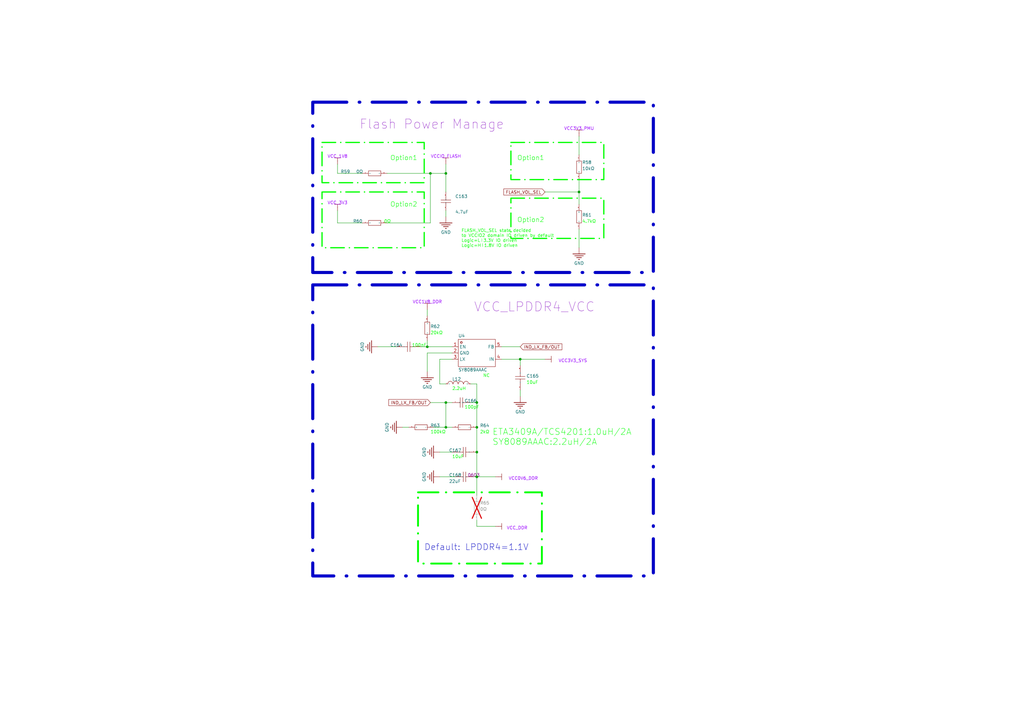
<source format=kicad_sch>
(kicad_sch (version 20250114) (generator "eeschema") (generator_version "9.0")
  (paper "A3")
  (lib_symbols
    (symbol "LCSC Taish-easyedapro:0402CG101J500NT"
      (property "Reference" "C" (at 0 0 0))
      (symbol "0402CG101J500NT_1_0"
        (polyline (pts (xy -1.27 0) (xy -0.508 0)))
        (polyline (pts (xy -0.508 2.032) (xy -0.508 -2.032)))
        (polyline (pts (xy 0.508 2.032) (xy 0.508 -2.032)))
        (polyline (pts (xy 0.508 0) (xy 1.27 0)))
        (pin input line (at -3.81 0 0) (length 2.54) (name "1") (number "1"))
        (pin input line (at 3.81 0 180) (length 2.54) (name "2") (number "2"))
      )
    )
    (symbol "LCSC Taish-easyedapro:0402WGF1003TCE"
      (property "Reference" "R" (at 0 0 0))
      (symbol "0402WGF1003TCE_1_0"
        (rectangle (start -2.54 -1.016) (end 2.54 1.016))
        (pin input line (at -5.08 0 0) (length 2.54) (name "1") (number "1"))
        (pin input line (at 5.08 0 180) (length 2.54) (name "2") (number "2"))
      )
    )
    (symbol "LCSC Taish-easyedapro:0402WGF2001TCE"
      (property "Reference" "R" (at 0 0 0))
      (symbol "0402WGF2001TCE_1_0"
        (rectangle (start -2.54 -1.016) (end 2.54 1.016))
        (pin input line (at -5.08 0 0) (length 2.54) (name "1") (number "1"))
        (pin input line (at 5.08 0 180) (length 2.54) (name "2") (number "2"))
      )
    )
    (symbol "LCSC Taish-easyedapro:0402WGF2002TCE"
      (property "Reference" "R" (at 0 0 0))
      (symbol "0402WGF2002TCE_1_0"
        (rectangle (start -2.54 -1.016) (end 2.54 1.016))
        (pin input line (at -5.08 0 0) (length 2.54) (name "1") (number "1"))
        (pin input line (at 5.08 0 180) (length 2.54) (name "2") (number "2"))
      )
    )
    (symbol "LCSC Taish-easyedapro:0402WGF4701TCE"
      (property "Reference" "R" (at 0 0 0))
      (symbol "0402WGF4701TCE_1_0"
        (rectangle (start -2.54 -1.016) (end 2.54 1.016))
        (pin input line (at -5.08 0 0) (length 2.54) (name "1") (number "1"))
        (pin input line (at 5.08 0 180) (length 2.54) (name "2") (number "2"))
      )
    )
    (symbol "LCSC Taish-easyedapro:0603WAF0000T5E"
      (property "Reference" "R" (at 0 0 0))
      (symbol "0603WAF0000T5E_1_0"
        (rectangle (start -2.54 -1.016) (end 2.54 1.016))
        (pin input line (at -5.08 0 0) (length 2.54) (name "1") (number "1"))
        (pin input line (at 5.08 0 180) (length 2.54) (name "2") (number "2"))
      )
    )
    (symbol "LCSC Taish-easyedapro:0603X106M100"
      (property "Reference" "C" (at 0 0 0))
      (symbol "0603X106M100_1_0"
        (polyline (pts (xy -0.508 0) (xy -2.54 0)))
        (polyline (pts (xy -0.508 -2.032) (xy -0.508 2.032)))
        (polyline (pts (xy 0.508 2.032) (xy 0.508 -2.032)))
        (polyline (pts (xy 2.54 0) (xy 0.508 0)))
        (pin input line (at -5.08 0 0) (length 2.54) (name "1") (number "1"))
        (pin input line (at 5.08 0 180) (length 2.54) (name "2") (number "2"))
      )
    )
    (symbol "LCSC Taish-easyedapro:CL05B104KB54PNC"
      (property "Reference" "C" (at 0 0 0))
      (symbol "CL05B104KB54PNC_1_0"
        (polyline (pts (xy -0.508 2.032) (xy -0.508 -2.032)))
        (polyline (pts (xy -0.508 0) (xy -2.54 0)))
        (polyline (pts (xy 0.508 -2.032) (xy 0.508 2.032)))
        (polyline (pts (xy 2.54 0) (xy 0.508 0)))
        (pin input line (at -5.08 0 0) (length 2.54) (name "1") (number "1"))
        (pin input line (at 5.08 0 180) (length 2.54) (name "2") (number "2"))
      )
    )
    (symbol "LCSC Taish-easyedapro:CL10A475KO8NNNC"
      (property "Reference" "C" (at 0 0 0))
      (symbol "CL10A475KO8NNNC_1_0"
        (polyline (pts (xy -1.27 0) (xy -0.508 0)))
        (polyline (pts (xy -0.508 2.032) (xy -0.508 -2.032)))
        (polyline (pts (xy 0.508 2.032) (xy 0.508 -2.032)))
        (polyline (pts (xy 0.508 0) (xy 1.27 0)))
        (pin input line (at -3.81 0 0) (length 2.54) (name "1") (number "1"))
        (pin input line (at 3.81 0 180) (length 2.54) (name "2") (number "2"))
      )
    )
    (symbol "LCSC Taish-easyedapro:CRCW040210K0FKED"
      (property "Reference" "R" (at 0 0 0))
      (symbol "CRCW040210K0FKED_1_0"
        (rectangle (start -2.54 -1.016) (end 2.54 1.016))
        (pin input line (at -5.08 0 0) (length 2.54) (name "1") (number "1"))
        (pin input line (at 5.08 0 180) (length 2.54) (name "2") (number "2"))
      )
    )
    (symbol "LCSC Taish-easyedapro:ERJ2GE0R00X"
      (property "Reference" "R" (at 0 0 0))
      (symbol "ERJ2GE0R00X_1_0"
        (rectangle (start -2.54 -1.016) (end 2.54 1.016))
        (pin input line (at -5.08 0 0) (length 2.54) (name "1") (number "1"))
        (pin input line (at 5.08 0 180) (length 2.54) (name "2") (number "2"))
      )
    )
    (symbol "LCSC Taish-easyedapro:GRT188R61A226ME13D"
      (property "Reference" "C" (at 0 0 0))
      (symbol "GRT188R61A226ME13D_1_0"
        (polyline (pts (xy -1.27 0) (xy -0.508 0)))
        (polyline (pts (xy -0.508 2.032) (xy -0.508 -2.032)))
        (polyline (pts (xy 0.508 2.032) (xy 0.508 -2.032)))
        (polyline (pts (xy 0.508 0) (xy 1.27 0)))
        (pin input line (at -3.81 0 0) (length 2.54) (name "1") (number "1"))
        (pin input line (at 3.81 0 180) (length 2.54) (name "2") (number "2"))
      )
    )
    (symbol "LCSC Taish-easyedapro:Ground-GND" (power) (pin_numbers (hide yes)) (pin_names (hide yes))
      (symbol "Ground-GND_1_0"
        (polyline (pts (xy -2.54 -2.54) (xy 2.54 -2.54)) (stroke (width 0.254)))
        (polyline (pts (xy -1.778 -3.302) (xy 1.778 -3.302)) (stroke (width 0.254)))
        (polyline (pts (xy -1.016 -4.064) (xy 1.016 -4.064)) (stroke (width 0.254)))
        (polyline (pts (xy -0.254 -4.826) (xy 0.254 -4.826)) (stroke (width 0.254)))
        (pin power_in line (at 0 0 270) (length 2.54) (name "GND") (number "1"))
      )
    )
    (symbol "LCSC Taish-easyedapro:Power-VCC" (power) (pin_numbers (hide yes)) (pin_names (hide yes))
      (symbol "Power-VCC_1_0"
        (polyline (pts (xy -1.27 2.54) (xy 1.27 2.54)))
        (polyline (pts (xy 0 2.54) (xy 0 1.27)))
        (pin power_in line (at 0 0 90) (length 1.27) (name "VCC_1V8") (number "1"))
      )
    )
    (symbol "LCSC Taish-easyedapro:SWPA3015S2R2MT"
      (property "Reference" "L" (at 0 0 0))
      (symbol "SWPA3015S2R2MT_1_0"
        (arc (start -4.2672 0) (mid -3.2512 1.0922) (end -2.2606 0))
        (arc (start -2.1082 0) (mid -1.1176 1.0922) (end -0.1016 0))
        (arc (start 0 0) (mid 1.016 1.0922) (end 2.032 0))
        (arc (start 2.2098 0) (mid 3.2004 1.0922) (end 4.2164 0))
        (pin input line (at -5.08 0 0) (length 0.762) (name "1") (number "1"))
        (pin input line (at 5.08 0 180) (length 0.762) (name "2") (number "2"))
      )
    )
    (symbol "LCSC Taish-easyedapro:SY8089AAAC"
      (property "Reference" "U" (at 0 0 0))
      (symbol "SY8089AAAC_1_0"
        (rectangle (start -7.62 -5.588) (end 7.62 5.588))
        (circle (center -6.35 4.318) (radius 0.381))
        (circle (center -6.35 4.318) (radius 0.381))
        (pin input line (at -10.16 2.54 0) (length 2.54) (name "EN") (number "1"))
        (pin input line (at -10.16 0 0) (length 2.54) (name "GND") (number "2"))
        (pin input line (at -10.16 -2.54 0) (length 2.54) (name "LX") (number "3"))
        (pin input line (at 10.16 2.54 180) (length 2.54) (name "FB") (number "5"))
        (pin input line (at 10.16 -2.54 180) (length 2.54) (name "IN") (number "4"))
      )
    )
  )
  (rectangle (start 132.08 58.42) (end 173.99 74.93) (stroke (width 0.508) (type dash_dot) (color 0 255 0 1)))
  (rectangle (start 171.45 201.93) (end 222.25 231.14) (stroke (width 0.762) (type dash_dot) (color 0 255 0 1)))
  (rectangle (start 128.27 41.91) (end 267.97 111.76) (stroke (width 1.27) (type dash_dot)))
  (rectangle (start 132.08 78.74) (end 173.99 101.6) (stroke (width 0.508) (type dash_dot) (color 0 255 0 1)))
  (rectangle (start 209.55 81.28) (end 247.65 97.79) (stroke (width 0.508) (type dash_dot) (color 0 255 0 1)))
  (rectangle (start 128.27 116.84) (end 267.97 236.22) (stroke (width 1.27) (type dash_dot)))
  (rectangle (start 209.55 58.42) (end 247.65 73.66) (stroke (width 0.508) (type dash_dot) (color 0 255 0 1)))
  (text "FLASH_VOL_SEL state decided \nto VCCIO2 domain IO driven by default\nLogic=L：3.3V IO driven\nLogic=H：1.8V IO driven" (at 189.23 101.6 0) (effects (font (size 1.27 1.27)) (justify left bottom)))
  (text "ETA3409A/TCS4201:1.0uH/2A\nSY8089AAAC:2.2uH/2A" (at 201.93 182.88 0) (effects (font (size 2.54 2.54)) (justify left bottom)))
  (text "Option1" (at 160.02 66.04 0) (effects (font (size 1.905 1.905)) (justify left bottom)))
  (text "Option2" (at 160.02 85.09 0) (effects (font (size 1.905 1.905)) (justify left bottom)))
  (text "Option1" (at 212.09 66.04 0) (effects (font (size 1.905 1.905)) (justify left bottom)))
  (text "Flash Power Manage" (at 147.32 53.34 0) (effects (font (size 3.81 3.81)) (justify left bottom)))
  (text "VCC_LPDDR4_VCC" (at 194.31 128.27 0) (effects (font (size 3.81 3.81)) (justify left bottom)))
  (text "Option2" (at 212.09 91.44 0) (effects (font (size 1.905 1.905)) (justify left bottom)))
  (text "NC" (at 198.12 154.94 0) (effects (font (size 1.27 1.27)) (justify left bottom)))
  (text "Default: LPDDR4=1.1V" (at 173.99 226.06 0) (effects (font (size 2.54 2.54)) (justify left bottom)))
  (junction (at 195.58 165.1))
  (junction (at 237.49 78.74))
  (junction (at 213.36 147.32))
  (junction (at 195.58 185.42))
  (junction (at 182.88 175.26))
  (junction (at 195.58 195.58))
  (junction (at 176.53 71.12))
  (junction (at 182.88 71.12))
  (junction (at 175.26 142.24))
  (junction (at 195.58 175.26))
  (junction (at 182.88 165.1))
  (wire (pts (xy 205.74 142.24) (xy 213.36 142.24)))
  (wire (pts (xy 195.58 157.48) (xy 193.04 157.48)))
  (wire (pts (xy 205.74 147.32) (xy 213.36 147.32)))
  (wire (pts (xy 182.88 175.26) (xy 177.8 175.26)))
  (wire (pts (xy 223.52 147.32) (xy 213.36 147.32)))
  (wire (pts (xy 182.88 71.12) (xy 182.88 67.31)))
  (wire (pts (xy 176.53 165.1) (xy 182.88 165.1)))
  (wire (pts (xy 182.88 86.36) (xy 182.88 88.9)))
  (wire (pts (xy 237.49 78.74) (xy 237.49 73.66)))
  (wire (pts (xy 180.34 147.32) (xy 185.42 147.32)))
  (wire (pts (xy 182.88 71.12) (xy 176.53 71.12)))
  (wire (pts (xy 138.43 91.44) (xy 148.59 91.44)))
  (wire (pts (xy 185.42 175.26) (xy 182.88 175.26)))
  (wire (pts (xy 195.58 185.42) (xy 195.58 175.26)))
  (wire (pts (xy 172.72 142.24) (xy 175.26 142.24)))
  (wire (pts (xy 138.43 91.44) (xy 138.43 86.36)))
  (wire (pts (xy 182.88 71.12) (xy 182.88 78.74)))
  (wire (pts (xy 193.04 165.1) (xy 195.58 165.1)))
  (wire (pts (xy 176.53 91.44) (xy 158.75 91.44)))
  (wire (pts (xy 185.42 165.1) (xy 182.88 165.1)))
  (wire (pts (xy 185.42 142.24) (xy 175.26 142.24)))
  (wire (pts (xy 195.58 195.58) (xy 194.31 195.58)))
  (wire (pts (xy 195.58 175.26) (xy 195.58 165.1)))
  (wire (pts (xy 138.43 67.31) (xy 138.43 71.12)))
  (wire (pts (xy 165.1 175.26) (xy 167.64 175.26)))
  (wire (pts (xy 180.34 195.58) (xy 186.69 195.58)))
  (wire (pts (xy 195.58 215.9) (xy 195.58 213.36)))
  (wire (pts (xy 182.88 157.48) (xy 180.34 157.48)))
  (wire (pts (xy 237.49 63.5) (xy 237.49 55.88)))
  (wire (pts (xy 148.59 71.12) (xy 138.43 71.12)))
  (wire (pts (xy 175.26 139.7) (xy 175.26 142.24)))
  (wire (pts (xy 195.58 165.1) (xy 195.58 157.48)))
  (wire (pts (xy 203.2 215.9) (xy 195.58 215.9)))
  (wire (pts (xy 195.58 195.58) (xy 195.58 185.42)))
  (wire (pts (xy 213.36 149.86) (xy 213.36 147.32)))
  (wire (pts (xy 195.58 203.2) (xy 195.58 195.58)))
  (wire (pts (xy 154.94 142.24) (xy 162.56 142.24)))
  (wire (pts (xy 175.26 127) (xy 175.26 129.54)))
  (wire (pts (xy 158.75 71.12) (xy 176.53 71.12)))
  (wire (pts (xy 182.88 165.1) (xy 182.88 175.26)))
  (wire (pts (xy 175.26 144.78) (xy 175.26 152.4)))
  (wire (pts (xy 176.53 71.12) (xy 176.53 91.44)))
  (wire (pts (xy 223.52 78.74) (xy 237.49 78.74)))
  (wire (pts (xy 237.49 101.6) (xy 237.49 93.98)))
  (wire (pts (xy 237.49 78.74) (xy 237.49 83.82)))
  (wire (pts (xy 185.42 144.78) (xy 175.26 144.78)))
  (wire (pts (xy 213.36 160.02) (xy 213.36 162.56)))
  (wire (pts (xy 195.58 195.58) (xy 203.2 195.58)))
  (wire (pts (xy 180.34 185.42) (xy 185.42 185.42)))
  (wire (pts (xy 180.34 157.48) (xy 180.34 147.32)))
  (global_label "FLASH_VOL_SEL" (shape input) (at 223.52 78.74 180) (property "Intersheetrefs" "${INTERSHEET_REFS}" (effects (hide yes))))
  (global_label "IND_LX_FB{slash}OUT" (shape input) (at 213.36 142.24 0) (property "Intersheetrefs" "${INTERSHEET_REFS}" (effects (hide yes))))
  (global_label "IND_LX_FB{slash}OUT" (shape input) (at 176.53 165.1 180) (property "Intersheetrefs" "${INTERSHEET_REFS}" (effects (hide yes))))
  (symbol (lib_id "LCSC Taish-easyedapro:Ground-GND") (at 165.1 175.26 270) (unit 1)
    (property "Reference" "#PWR0480" (effects (hide yes)))
    (property "Value" "GND" (at 158.75 175.26 0))
    (property "Footprint" "LCSC Taish-easyedapro:" (effects (hide yes)))
  )
  (symbol (lib_id "LCSC Taish-easyedapro:Ground-GND") (at 237.49 101.6 0) (unit 1)
    (property "Reference" "#PWR0473" (effects (hide yes)))
    (property "Value" "GND" (at 237.49 107.95 0))
    (property "Footprint" "LCSC Taish-easyedapro:" (effects (hide yes)))
  )
  (symbol (lib_id "LCSC Taish-easyedapro:Power-VCC") (at 182.88 67.31 0) (unit 1)
    (property "Reference" "#PWR0476" (effects (hide yes)))
    (property "Value" "VCCIO_FLASH" (at 182.88 64.77 0) (effects (justify bottom)))
    (property "Footprint" "LCSC Taish-easyedapro:" (effects (hide yes)))
  )
  (symbol (lib_id "LCSC Taish-easyedapro:Power-VCC") (at 138.43 86.36 0) (unit 1)
    (property "Reference" "#PWR0472" (effects (hide yes)))
    (property "Value" "VCC_3V3" (at 138.43 83.82 0) (effects (justify bottom)))
    (property "Footprint" "LCSC Taish-easyedapro:" (effects (hide yes)))
  )
  (symbol (lib_id "LCSC Taish-easyedapro:Power-VCC") (at 203.2 215.9 270) (unit 1)
    (property "Reference" "#PWR0485" (effects (hide yes)))
    (property "Value" "VCC_DDR" (at 212.09 217.17 90) (effects (justify bottom)))
    (property "Footprint" "LCSC Taish-easyedapro:" (effects (hide yes)))
  )
  (symbol (lib_id "LCSC Taish-easyedapro:0603WAF0000T5E") (at 195.58 208.28 270) (unit 1) (in_bom no) (dnp yes)
    (property "Reference" "R65" (at 196.85 207.01 90) (effects (justify left bottom)))
    (property "Value" "0Ω" (at 196.85 209.55 90) (effects (justify left bottom)))
    (property "Footprint" "LCSC Taish-easyedapro:R0603" (effects (hide yes)))
    (property "Datasheet" "https://atta.szlcsc.com/upload/public/pdf/source/20200306/C422600_1E6D84923E4A46A82E41ADD87F860B5C.pdf" (effects (hide yes)))
    (property "Description" "电阻类型:厚膜电阻;阻值:0Ω;精度:±1%;功率:100mW;最大工作电压:75V;工作温度范围:-55°C~+155°C;" (effects (hide yes)))
    (property "Manufacturer Part" "0603WAF0000T5E" (effects (hide yes)))
    (property "Manufacturer" "UNI-ROYAL(厚声)" (effects (hide yes)))
    (property "Supplier Part" "C21189" (effects (hide yes)))
    (property "Supplier" "LCSC" (effects (hide yes)))
    (property "LCSC Part Name" "0Ω ±1% 100mW" (effects (hide yes)))
  )
  (symbol (lib_id "LCSC Taish-easyedapro:Power-VCC") (at 223.52 147.32 270) (unit 1)
    (property "Reference" "#PWR0484" (effects (hide yes)))
    (property "Value" "VCC3V3_SYS" (at 234.95 148.59 90) (effects (justify bottom)))
    (property "Footprint" "LCSC Taish-easyedapro:" (effects (hide yes)))
  )
  (symbol (lib_id "LCSC Taish-easyedapro:ERJ2GE0R00X") (at 153.67 91.44 0) (unit 1)
    (property "Reference" "R60" (at 144.78 91.44 0) (effects (justify left bottom)))
    (property "Value" "0Ω" (at 157.48 91.44 0) (effects (justify left bottom)))
    (property "Footprint" "LCSC Taish-easyedapro:R0402" (effects (hide yes)))
    (property "Datasheet" "https://atta.szlcsc.com/upload/public/pdf/source/20181106/C242160_CA6E41971DE5A1DCD79442F3CF334CD6.pdf" (effects (hide yes)))
    (property "Description" "电阻类型:-;阻值:0Ω;功率:100mW;温度系数:-100ppm/°C~+600ppm/°C;最大工作电压:-;工作温度范围:-55°C~+155°C;" (effects (hide yes)))
    (property "Manufacturer Part" "ERJ2GE0R00X" (effects (hide yes)))
    (property "Manufacturer" "PANASONIC(松下)" (effects (hide yes)))
    (property "Supplier Part" "NC" (effects (hide yes)))
    (property "Supplier" "LCSC" (effects (hide yes)))
    (property "LCSC Part Name" "0Ω 100mW" (effects (hide yes)))
  )
  (symbol (lib_id "LCSC Taish-easyedapro:Power-VCC") (at 138.43 67.31 0) (unit 1)
    (property "Reference" "#PWR0471" (effects (hide yes)))
    (property "Value" "VCC_1V8" (at 138.43 64.77 0) (effects (justify bottom)))
    (property "Footprint" "LCSC Taish-easyedapro:" (effects (hide yes)))
  )
  (symbol (lib_id "LCSC Taish-easyedapro:0402WGF1003TCE") (at 172.72 175.26 180) (unit 1)
    (property "Reference" "R63" (at 176.53 175.26 0) (effects (justify right top)))
    (property "Value" "100kΩ" (at 176.53 177.8 0) (effects (justify right top)))
    (property "Footprint" "LCSC Taish-easyedapro:R0402" (effects (hide yes)))
    (property "Datasheet" "https://atta.szlcsc.com/upload/public/pdf/source/20200306/C422600_1E6D84923E4A46A82E41ADD87F860B5C.pdf" (effects (hide yes)))
    (property "Description" "电阻类型:厚膜电阻;阻值:100kΩ;精度:±1%;功率:62.5mW;温度系数:±100ppm/°C;最大工作电压:50V;工作温度范围:-55°C~+155°C;" (effects (hide yes)))
    (property "Manufacturer Part" "0402WGF1003TCE" (effects (hide yes)))
    (property "Manufacturer" "UNI-ROYAL(厚声)" (effects (hide yes)))
    (property "Supplier Part" "NC" (effects (hide yes)))
    (property "Supplier" "LCSC" (effects (hide yes)))
    (property "LCSC Part Name" "100kΩ ±1% 62.5mW" (effects (hide yes)))
  )
  (symbol (lib_id "LCSC Taish-easyedapro:ERJ2GE0R00X") (at 153.67 71.12 0) (unit 1)
    (property "Reference" "R59" (at 139.7 71.12 0) (effects (justify left bottom)))
    (property "Value" "0Ω" (at 146.05 71.12 0) (effects (justify left bottom)))
    (property "Footprint" "LCSC Taish-easyedapro:R0402" (effects (hide yes)))
    (property "Datasheet" "https://atta.szlcsc.com/upload/public/pdf/source/20181106/C242160_CA6E41971DE5A1DCD79442F3CF334CD6.pdf" (effects (hide yes)))
    (property "Description" "电阻类型:-;阻值:0Ω;功率:100mW;温度系数:-100ppm/°C~+600ppm/°C;最大工作电压:-;工作温度范围:-55°C~+155°C;" (effects (hide yes)))
    (property "Manufacturer Part" "ERJ2GE0R00X" (effects (hide yes)))
    (property "Manufacturer" "PANASONIC(松下)" (effects (hide yes)))
    (property "Supplier Part" "C242160" (effects (hide yes)))
    (property "Supplier" "LCSC" (effects (hide yes)))
    (property "LCSC Part Name" "0Ω 100mW" (effects (hide yes)))
  )
  (symbol (lib_id "LCSC Taish-easyedapro:0603X106M100") (at 190.5 185.42 180) (unit 1)
    (property "Reference" "C167" (at 184.15 185.42 0) (effects (justify right top)))
    (property "Value" "10uF" (at 185.42 187.96 0) (effects (justify right top)))
    (property "Footprint" "LCSC Taish-easyedapro:C0603" (effects (hide yes)))
    (property "Datasheet" "https://atta.szlcsc.com/upload/public/pdf/source/20161226/1482720147964.pdf" (effects (hide yes)))
    (property "Description" "容值:10uF;精度:±20%;额定电压:10V;材质(温度系数):X5R;" (effects (hide yes)))
    (property "Manufacturer Part" "0603X106M100CT" (effects (hide yes)))
    (property "Manufacturer" "Walsin(华新科)" (effects (hide yes)))
    (property "Supplier Part" "NC" (effects (hide yes)))
    (property "Supplier" "LCSC" (effects (hide yes)))
    (property "LCSC Part Name" "10uF ±20% 10V" (effects (hide yes)))
  )
  (symbol (lib_id "LCSC Taish-easyedapro:Ground-GND") (at 180.34 195.58 270) (unit 1)
    (property "Reference" "#PWR0474" (effects (hide yes)))
    (property "Value" "GND" (at 173.99 195.58 0))
    (property "Footprint" "LCSC Taish-easyedapro:" (effects (hide yes)))
  )
  (symbol (lib_id "LCSC Taish-easyedapro:CRCW040210K0FKED") (at 237.49 68.58 270) (unit 1)
    (property "Reference" "R58" (at 238.76 67.31 90) (effects (justify left bottom)))
    (property "Value" "10kΩ" (at 238.76 69.85 90) (effects (justify left bottom)))
    (property "Footprint" "LCSC Taish-easyedapro:R0402" (effects (hide yes)))
    (property "Datasheet" "https://atta.szlcsc.com/upload/public/pdf/source/20180224/C71617_15194370300791364062.pdf" (effects (hide yes)))
    (property "Description" "电阻类型:厚膜电阻;阻值:10kΩ;精度:±1%;功率:63mW;温度系数:±100ppm/K;最大工作电压:50V;工作温度范围:-55°C~+155°C;" (effects (hide yes)))
    (property "Manufacturer Part" "CRCW040210K0FKED" (effects (hide yes)))
    (property "Manufacturer" "VISHAY(威世)" (effects (hide yes)))
    (property "Supplier Part" "C71617" (effects (hide yes)))
    (property "Supplier" "LCSC" (effects (hide yes)))
    (property "LCSC Part Name" "10kΩ ±1% 63mW" (effects (hide yes)))
  )
  (symbol (lib_id "LCSC Taish-easyedapro:CL05B104KB54PNC") (at 167.64 142.24 180) (unit 1)
    (property "Reference" "C164" (at 160.02 142.24 0) (effects (justify right top)))
    (property "Value" "100nF" (at 168.91 142.24 0) (effects (justify right top)))
    (property "Footprint" "Capacitor_SMD:C_0402_1005Metric" (effects (hide yes)))
    (property "Datasheet" "https://atta.szlcsc.com/upload/public/pdf/source/20181009/C307331_222F7C870FD3EA5F46F538B483443886.pdf" (effects (hide yes)))
    (property "Description" "容值:100nF;精度:±10%;额定电压:50V;材质(温度系数):X7R;" (effects (hide yes)))
    (property "Manufacturer Part" "CL05B104KB54PNC" (effects (hide yes)))
    (property "Manufacturer" "SAMSUNG(三星)" (effects (hide yes)))
    (property "Supplier Part" "NC" (effects (hide yes)))
    (property "Supplier" "LCSC" (effects (hide yes)))
    (property "LCSC Part Name" "100nF ±10% 50V" (effects (hide yes)))
  )
  (symbol (lib_id "LCSC Taish-easyedapro:Power-VCC") (at 203.2 195.58 270) (unit 1)
    (property "Reference" "#PWR0475" (effects (hide yes)))
    (property "Value" "VCC0V6_DDR" (at 214.63 196.85 90) (effects (justify bottom)))
    (property "Footprint" "LCSC Taish-easyedapro:" (effects (hide yes)))
  )
  (symbol (lib_id "LCSC Taish-easyedapro:0603X106M100") (at 213.36 154.94 90) (unit 1)
    (property "Reference" "C165" (at 215.9 154.94 90) (effects (justify right top)))
    (property "Value" "10uF" (at 215.9 157.48 90) (effects (justify right top)))
    (property "Footprint" "LCSC Taish-easyedapro:C0603" (effects (hide yes)))
    (property "Datasheet" "https://atta.szlcsc.com/upload/public/pdf/source/20161226/1482720147964.pdf" (effects (hide yes)))
    (property "Description" "容值:10uF;精度:±20%;额定电压:10V;材质(温度系数):X5R;" (effects (hide yes)))
    (property "Manufacturer Part" "0603X106M100CT" (effects (hide yes)))
    (property "Manufacturer" "Walsin(华新科)" (effects (hide yes)))
    (property "Supplier Part" "NC" (effects (hide yes)))
    (property "Supplier" "LCSC" (effects (hide yes)))
    (property "LCSC Part Name" "10uF ±20% 10V" (effects (hide yes)))
  )
  (symbol (lib_id "LCSC Taish-easyedapro:Ground-GND") (at 175.26 152.4 0) (unit 1)
    (property "Reference" "#PWR0479" (effects (hide yes)))
    (property "Value" "GND" (at 175.26 158.75 0))
    (property "Footprint" "LCSC Taish-easyedapro:" (effects (hide yes)))
  )
  (symbol (lib_id "LCSC Taish-easyedapro:SY8089AAAC") (at 195.58 144.78 0) (unit 1)
    (property "Reference" "U4" (at 187.96 138.43 0) (effects (justify left bottom)))
    (property "Value" "SY8089AAAC" (at 187.96 152.4 0) (effects (justify left bottom)))
    (property "Footprint" "LCSC Taish-easyedapro:SOT-23-5_L3.0-W1.7-P0.95-LS2.8-BR" (effects (hide yes)))
    (property "Datasheet" "https://atta.szlcsc.com/upload/public/pdf/source/20210826/394049C81A2AF57A190C26FDBC282657.pdf" (effects (hide yes)))
    (property "Description" "功能类型:降压型;同步整流:-;输出通道数:-;拓扑结构:-;输入电压:-;输出电流(最大值):-;开关频率:-;" (effects (hide yes)))
    (property "Manufacturer Part" "SY8089AAAC" (effects (hide yes)))
    (property "Manufacturer" "silergy(矽力杰)" (effects (hide yes)))
    (property "Supplier Part" "C78988" (effects (hide yes)))
    (property "Supplier" "LCSC" (effects (hide yes)))
    (property "LCSC Part Name" "降压型" (effects (hide yes)))
  )
  (symbol (lib_id "LCSC Taish-easyedapro:Ground-GND") (at 180.34 185.42 270) (unit 1)
    (property "Reference" "#PWR0481" (effects (hide yes)))
    (property "Value" "GND" (at 173.99 185.42 0))
    (property "Footprint" "LCSC Taish-easyedapro:" (effects (hide yes)))
  )
  (symbol (lib_id "LCSC Taish-easyedapro:0402WGF2001TCE") (at 190.5 175.26 180) (unit 1)
    (property "Reference" "R64" (at 196.85 175.26 0) (effects (justify right top)))
    (property "Value" "2kΩ" (at 196.85 177.8 0) (effects (justify right top)))
    (property "Footprint" "LCSC Taish-easyedapro:R0402" (effects (hide yes)))
    (property "Datasheet" "https://atta.szlcsc.com/upload/public/pdf/source/20200306/C422600_1E6D84923E4A46A82E41ADD87F860B5C.pdf" (effects (hide yes)))
    (property "Description" "电阻类型:厚膜电阻;阻值:2kΩ;精度:±1%;功率:62.5mW;温度系数:±100ppm/°C;最大工作电压:50V;工作温度范围:-55°C~+155°C;" (effects (hide yes)))
    (property "Manufacturer Part" "0402WGF2001TCE" (effects (hide yes)))
    (property "Manufacturer" "UNI-ROYAL(厚声)" (effects (hide yes)))
    (property "Supplier Part" "NC" (effects (hide yes)))
    (property "Supplier" "LCSC" (effects (hide yes)))
    (property "LCSC Part Name" "2kΩ ±1% 62.5mW" (effects (hide yes)))
  )
  (symbol (lib_id "LCSC Taish-easyedapro:Power-VCC") (at 237.49 55.88 0) (unit 1)
    (property "Reference" "#PWR0477" (effects (hide yes)))
    (property "Value" "VCC3V3_PMU" (at 237.49 53.34 0) (effects (justify bottom)))
    (property "Footprint" "LCSC Taish-easyedapro:" (effects (hide yes)))
  )
  (symbol (lib_id "LCSC Taish-easyedapro:Ground-GND") (at 213.36 162.56 0) (unit 1)
    (property "Reference" "#PWR0482" (effects (hide yes)))
    (property "Value" "GND" (at 213.36 168.91 0))
    (property "Footprint" "LCSC Taish-easyedapro:" (effects (hide yes)))
  )
  (symbol (lib_id "LCSC Taish-easyedapro:Ground-GND") (at 154.94 142.24 270) (unit 1)
    (property "Reference" "#PWR0478" (effects (hide yes)))
    (property "Value" "GND" (at 148.59 142.24 0))
    (property "Footprint" "LCSC Taish-easyedapro:" (effects (hide yes)))
  )
  (symbol (lib_id "LCSC Taish-easyedapro:0402WGF2002TCE") (at 175.26 134.62 90) (unit 1)
    (property "Reference" "R62" (at 176.53 134.62 90) (effects (justify right top)))
    (property "Value" "20kΩ" (at 176.53 137.16 90) (effects (justify right top)))
    (property "Footprint" "LCSC Taish-easyedapro:R0402" (effects (hide yes)))
    (property "Datasheet" "https://atta.szlcsc.com/upload/public/pdf/source/20200306/C422600_1E6D84923E4A46A82E41ADD87F860B5C.pdf" (effects (hide yes)))
    (property "Description" "电阻类型:厚膜电阻;阻值:20kΩ;精度:±1%;功率:62.5mW;温度系数:±100ppm/°C;最大工作电压:50V;工作温度范围:-55°C~+155°C;" (effects (hide yes)))
    (property "Manufacturer Part" "0402WGF2002TCE" (effects (hide yes)))
    (property "Manufacturer" "UNI-ROYAL(厚声)" (effects (hide yes)))
    (property "Supplier Part" "NC" (effects (hide yes)))
    (property "Supplier" "LCSC" (effects (hide yes)))
    (property "LCSC Part Name" "20kΩ ±1% 62.5mW" (effects (hide yes)))
  )
  (symbol (lib_id "LCSC Taish-easyedapro:Power-VCC") (at 175.26 127 0) (unit 1)
    (property "Reference" "#PWR0483" (effects (hide yes)))
    (property "Value" "VCC1V8_DDR" (at 175.26 124.46 0) (effects (justify bottom)))
    (property "Footprint" "LCSC Taish-easyedapro:" (effects (hide yes)))
  )
  (symbol (lib_id "LCSC Taish-easyedapro:CL10A475KO8NNNC") (at 182.88 82.55 90) (unit 1)
    (property "Reference" "C163" (at 186.69 81.28 90) (effects (justify right top)))
    (property "Value" "4.7uF" (at 186.69 87.63 90) (effects (justify right top)))
    (property "Footprint" "LCSC Taish-easyedapro:C0603" (effects (hide yes)))
    (property "Datasheet" "https://atta.szlcsc.com/upload/public/pdf/source/20190214/C368809_F5BC89A17870A6A4D09EEE17ED063906.pdf" (effects (hide yes)))
    (property "Description" "容值:4.7uF;精度:±10%;额定电压:16V;材质(温度系数):X5R;" (effects (hide yes)))
    (property "Manufacturer Part" "CL05A475KP5NRNC" (effects (hide yes)))
    (property "Manufacturer" "SAMSUNG(三星)" (effects (hide yes)))
    (property "Supplier Part" "C368809" (effects (hide yes)))
    (property "Supplier" "LCSC" (effects (hide yes)))
    (property "LCSC Part Name" "4.7uF ±10% 10V" (effects (hide yes)))
    (property "JLCPCB Part Class" "Extended Part" (effects (hide yes)))
  )
  (symbol (lib_id "LCSC Taish-easyedapro:GRT188R61A226ME13D") (at 190.5 195.58 180) (unit 1)
    (property "Reference" "C168" (at 184.15 195.58 0) (effects (justify right top)))
    (property "Value" "22uF" (at 184.15 198.12 0) (effects (justify right top)))
    (property "Footprint" "LCSC Taish-easyedapro:C0603" (effects (hide yes)))
    (property "Datasheet" "https://atta.szlcsc.com/upload/public/pdf/source/20160103/1457707740762.pdf" (effects (hide yes)))
    (property "Description" "容值:22uF;精度:±20%;额定电压:10V;材质(温度系数):X5R;" (effects (hide yes)))
    (property "Manufacturer Part" "CL10A226MQ8NRNC" (effects (hide yes)))
    (property "Manufacturer" "SAMSUNG(三星)" (effects (hide yes)))
    (property "Supplier Part" "C59461" (effects (hide yes)))
    (property "Supplier" "LCSC" (effects (hide yes)))
    (property "LCSC Part Name" "22uF ±20% 6.3V" (effects (hide yes)))
    (property "Supplier Footprint" "0603" (at 191.77 195.58 0) (effects (justify right top)))
  )
  (symbol (lib_id "LCSC Taish-easyedapro:Ground-GND") (at 182.88 88.9 0) (unit 1)
    (property "Reference" "#PWR0470" (effects (hide yes)))
    (property "Value" "GND" (at 182.88 95.25 0))
    (property "Footprint" "LCSC Taish-easyedapro:" (effects (hide yes)))
  )
  (symbol (lib_id "LCSC Taish-easyedapro:0402WGF4701TCE") (at 237.49 88.9 90) (unit 1)
    (property "Reference" "R61" (at 238.76 88.9 90) (effects (justify right top)))
    (property "Value" "4.7kΩ" (at 238.76 91.44 90) (effects (justify right top)))
    (property "Footprint" "LCSC Taish-easyedapro:R0402" (effects (hide yes)))
    (property "Datasheet" "https://atta.szlcsc.com/upload/public/pdf/source/20170920/C25900_1505895105102980906.pdf" (effects (hide yes)))
    (property "Description" "功率:1/16W;精度:±1%;阻值:4.7kΩ;温度系数:±100ppm/°C;最大工作电压:50V;工作温度范围:-55°C~+155°C;" (effects (hide yes)))
    (property "Manufacturer Part" "0402WGF4701TCE" (effects (hide yes)))
    (property "Manufacturer" "UNI-ROYAL(厚声)" (effects (hide yes)))
    (property "Supplier Part" "NC" (effects (hide yes)))
    (property "Supplier" "LCSC" (effects (hide yes)))
    (property "LCSC Part Name" "4.7KΩ ±1%" (effects (hide yes)))
  )
  (symbol (lib_id "LCSC Taish-easyedapro:SWPA3015S2R2MT") (at 187.96 157.48 0) (unit 1)
    (property "Reference" "L12" (at 185.42 156.21 0) (effects (justify left bottom)))
    (property "Value" "2.2uH" (at 185.42 160.02 0) (effects (justify left bottom)))
    (property "Footprint" "LCSC Taish-easyedapro:IND-SMD_L3.0-W3.0" (effects (hide yes)))
    (property "Datasheet" "https://atta.szlcsc.com/upload/public/pdf/source/20210916/AC798BA7E846B7D0B6818F45CD84DB0B.pdf" (effects (hide yes)))
    (property "Description" "电感值:2.2uH;精度:±20%;额定电流:2A;直流电阻(DCR):-;" (effects (hide yes)))
    (property "Manufacturer Part" "SWPA3015S2R2MT" (effects (hide yes)))
    (property "Manufacturer" "Sunlord(顺络)" (effects (hide yes)))
    (property "Supplier Part" "NC" (effects (hide yes)))
    (property "Supplier" "LCSC" (effects (hide yes)))
    (property "LCSC Part Name" "2.2uH ±20% 2A" (effects (hide yes)))
  )
  (symbol (lib_id "LCSC Taish-easyedapro:0402CG101J500NT") (at 189.23 165.1 0) (unit 1)
    (property "Reference" "C166" (at 190.5 165.1 0) (effects (justify left bottom)))
    (property "Value" "100pF" (at 190.5 167.64 0) (effects (justify left bottom)))
    (property "Footprint" "Capacitor_SMD:C_0402_1005Metric" (effects (hide yes)))
    (property "Datasheet" "https://atta.szlcsc.com/upload/public/pdf/source/20170923/C1546_1506149265265988353.pdf" (effects (hide yes)))
    (property "Description" "容值:100pF;精度:±5%;额定电压:50V;材质(温度系数):C0G;" (effects (hide yes)))
    (property "Manufacturer Part" "0402CG101J500NT" (effects (hide yes)))
    (property "Manufacturer" "FH(风华)" (effects (hide yes)))
    (property "Supplier Part" "NC" (effects (hide yes)))
    (property "Supplier" "LCSC" (effects (hide yes)))
    (property "LCSC Part Name" "100pF ±5% 50V" (effects (hide yes)))
  )
)
</source>
